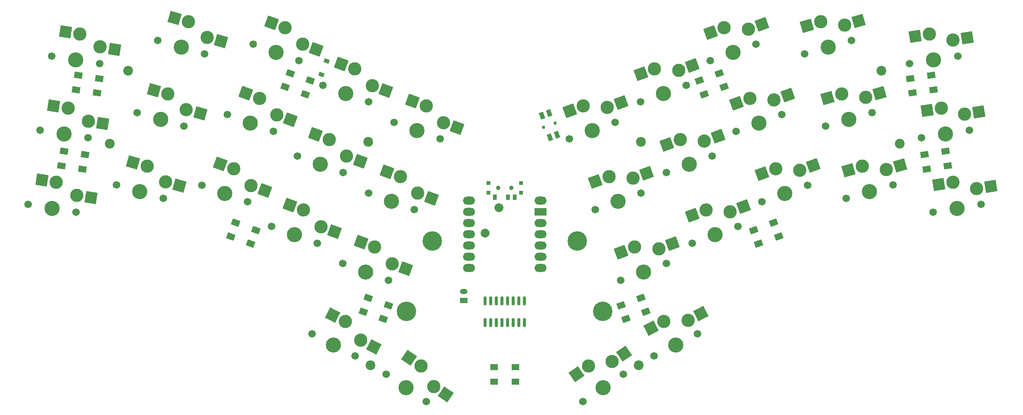
<source format=gbs>
%TF.GenerationSoftware,KiCad,Pcbnew,7.0.5-0*%
%TF.CreationDate,2023-06-28T16:40:39-04:00*%
%TF.ProjectId,regret,72656772-6574-42e6-9b69-6361645f7063,1*%
%TF.SameCoordinates,Original*%
%TF.FileFunction,Soldermask,Bot*%
%TF.FilePolarity,Negative*%
%FSLAX46Y46*%
G04 Gerber Fmt 4.6, Leading zero omitted, Abs format (unit mm)*
G04 Created by KiCad (PCBNEW 7.0.5-0) date 2023-06-28 16:40:39*
%MOMM*%
%LPD*%
G01*
G04 APERTURE LIST*
G04 Aperture macros list*
%AMRoundRect*
0 Rectangle with rounded corners*
0 $1 Rounding radius*
0 $2 $3 $4 $5 $6 $7 $8 $9 X,Y pos of 4 corners*
0 Add a 4 corners polygon primitive as box body*
4,1,4,$2,$3,$4,$5,$6,$7,$8,$9,$2,$3,0*
0 Add four circle primitives for the rounded corners*
1,1,$1+$1,$2,$3*
1,1,$1+$1,$4,$5*
1,1,$1+$1,$6,$7*
1,1,$1+$1,$8,$9*
0 Add four rect primitives between the rounded corners*
20,1,$1+$1,$2,$3,$4,$5,0*
20,1,$1+$1,$4,$5,$6,$7,0*
20,1,$1+$1,$6,$7,$8,$9,0*
20,1,$1+$1,$8,$9,$2,$3,0*%
%AMRotRect*
0 Rectangle, with rotation*
0 The origin of the aperture is its center*
0 $1 length*
0 $2 width*
0 $3 Rotation angle, in degrees counterclockwise*
0 Add horizontal line*
21,1,$1,$2,0,0,$3*%
G04 Aperture macros list end*
%ADD10R,0.900000X0.900000*%
%ADD11C,1.000000*%
%ADD12R,0.900000X1.250000*%
%ADD13C,2.200000*%
%ADD14C,1.701800*%
%ADD15C,3.000000*%
%ADD16C,3.429000*%
%ADD17RotRect,2.600000X2.600000X333.000000*%
%ADD18RotRect,2.600000X2.600000X340.000000*%
%ADD19RotRect,2.600000X2.600000X20.000000*%
%ADD20RotRect,2.600000X2.600000X16.000000*%
%ADD21RotRect,2.600000X2.600000X9.000000*%
%ADD22C,4.400000*%
%ADD23O,2.750000X1.800000*%
%ADD24R,2.750000X1.800000*%
%ADD25C,2.000000*%
%ADD26RotRect,2.600000X2.600000X344.000000*%
%ADD27RotRect,2.600000X2.600000X351.000000*%
%ADD28R,1.700000X1.200000*%
%ADD29O,1.700000X1.200000*%
%ADD30RotRect,0.900000X1.200000X70.000000*%
%ADD31RotRect,2.600000X2.600000X27.000000*%
%ADD32RotRect,2.600000X2.600000X34.000000*%
%ADD33RotRect,2.600000X2.600000X326.000000*%
%ADD34RotRect,1.800000X1.400000X9.000000*%
%ADD35RotRect,1.800000X1.400000X351.000000*%
%ADD36RotRect,1.800000X1.400000X340.000000*%
%ADD37RotRect,1.800000X1.400000X20.000000*%
%ADD38C,0.750000*%
%ADD39RotRect,1.550000X1.000000X110.000000*%
%ADD40RoundRect,0.150000X-0.150000X0.825000X-0.150000X-0.825000X0.150000X-0.825000X0.150000X0.825000X0*%
%ADD41R,1.800000X1.400000*%
G04 APERTURE END LIST*
D10*
X214386171Y-115641899D03*
X214386171Y-117841899D03*
D11*
X216586171Y-116741899D03*
X219586171Y-116741899D03*
D10*
X221786171Y-115641899D03*
X221786171Y-117841899D03*
D12*
X215836171Y-118816899D03*
X218836171Y-118816899D03*
X220336171Y-118816899D03*
D13*
X307349064Y-106756118D03*
D14*
X174502728Y-149764059D03*
D15*
X182104507Y-146959518D03*
D16*
X179403264Y-152261007D03*
D15*
X185560761Y-151189685D03*
D14*
X184303800Y-154757955D03*
D17*
X179186461Y-145472699D03*
X188478807Y-152676504D03*
D14*
X187309538Y-117860785D03*
D15*
X194512867Y-114150725D03*
D16*
X192477847Y-119741896D03*
D15*
X198458886Y-117928149D03*
D14*
X197646156Y-121623007D03*
D18*
X191435374Y-113030609D03*
X201536379Y-119048265D03*
D14*
X254628348Y-113234871D03*
D15*
X257761637Y-105762589D03*
D16*
X259796657Y-111353760D03*
D15*
X263212545Y-106119812D03*
D14*
X264964966Y-109472649D03*
D19*
X254684144Y-106882705D03*
X266290038Y-104999696D03*
D14*
X171207371Y-109472652D03*
D15*
X178410700Y-105762592D03*
D16*
X176375680Y-111353763D03*
D15*
X182356719Y-109540016D03*
D14*
X181543989Y-113234874D03*
D18*
X175333207Y-104642476D03*
X185434212Y-110660132D03*
D14*
X285901390Y-86378503D03*
D15*
X289548287Y-79142991D03*
D16*
X291188329Y-84862498D03*
D15*
X294960997Y-79879580D03*
D14*
X296475268Y-83346493D03*
D20*
X286400155Y-80045703D03*
X298109129Y-78976868D03*
D13*
X248902095Y-106273550D03*
D14*
X312273570Y-105403324D03*
D15*
X316775071Y-98666188D03*
D16*
X317705856Y-104542934D03*
D15*
X322057668Y-100056930D03*
D14*
X323138142Y-103682544D03*
D21*
X313540392Y-99178511D03*
X325292348Y-99544608D03*
D14*
X161261556Y-84170055D03*
D15*
X168464885Y-80459995D03*
D16*
X166429865Y-86051166D03*
D15*
X172410904Y-84237419D03*
D14*
X171598174Y-87932277D03*
D18*
X165387392Y-79339879D03*
X175488397Y-85357535D03*
D14*
X276202838Y-119881824D03*
D15*
X279336127Y-112409542D03*
D16*
X281371147Y-118000713D03*
D15*
X284787035Y-112766765D03*
D14*
X286539456Y-116119602D03*
D19*
X276258634Y-113529658D03*
X287864528Y-111646649D03*
D22*
X234448704Y-128694025D03*
D23*
X209991176Y-119621899D03*
X209991176Y-122161899D03*
X209991176Y-124701899D03*
X209991176Y-127241899D03*
X209991176Y-129781899D03*
X209991176Y-132321899D03*
X209991176Y-134861899D03*
X226181176Y-134861899D03*
X226181176Y-132321899D03*
X226181176Y-129781899D03*
X226181176Y-127241899D03*
X226181176Y-124701899D03*
D24*
X226181176Y-122161899D03*
D23*
X226181176Y-119621899D03*
D25*
X216816176Y-121209899D03*
X213641176Y-126924899D03*
D14*
X130325401Y-116029401D03*
D15*
X137252382Y-111825899D03*
D16*
X135612340Y-117545406D03*
D15*
X141452289Y-115318861D03*
D14*
X140899279Y-119061411D03*
D26*
X134104250Y-110923187D03*
X144600421Y-116221574D03*
D13*
X303239988Y-90249286D03*
D14*
X115693575Y-86891839D03*
D15*
X122056646Y-81875483D03*
D16*
X121125861Y-87752229D03*
D15*
X126650932Y-84830570D03*
D14*
X126558147Y-88612619D03*
D27*
X118821967Y-81363161D03*
X129885611Y-85342893D03*
D13*
X187769129Y-156840697D03*
D14*
X290587226Y-102719959D03*
D15*
X294234123Y-95484447D03*
D16*
X295874165Y-101203954D03*
D15*
X299646833Y-96221036D03*
D14*
X301161104Y-99687949D03*
D20*
X291085991Y-96387159D03*
X302794965Y-95318324D03*
D14*
X113034189Y-103682540D03*
D15*
X119397260Y-98666184D03*
D16*
X118466475Y-104542930D03*
D15*
X123991546Y-101621271D03*
D14*
X123898761Y-105403320D03*
D27*
X116162581Y-98153862D03*
X127226225Y-102133594D03*
D14*
X309614188Y-88612619D03*
D15*
X314115689Y-81875483D03*
D16*
X315046474Y-87752229D03*
D15*
X319398286Y-83266225D03*
D14*
X320478760Y-86891839D03*
D21*
X310881010Y-82387806D03*
X322632966Y-82753903D03*
D28*
X208836176Y-142191892D03*
D29*
X208836176Y-140191892D03*
D22*
X195909285Y-144668793D03*
D14*
X264574151Y-87932277D03*
D15*
X267707440Y-80459995D03*
D16*
X269742460Y-86051166D03*
D15*
X273158348Y-80817218D03*
D14*
X274910769Y-84170055D03*
D19*
X264629947Y-81580111D03*
X276235841Y-79697102D03*
D14*
X314932962Y-122194029D03*
D15*
X319434463Y-115456893D03*
D16*
X320365248Y-121333639D03*
D15*
X324717060Y-116847635D03*
D14*
X325797534Y-120473249D03*
D21*
X316199784Y-115969216D03*
X327951740Y-116335313D03*
D14*
X165393031Y-125447428D03*
D15*
X172596360Y-121737368D03*
D16*
X170561340Y-127328539D03*
D15*
X176542379Y-125514792D03*
D14*
X175729649Y-129209650D03*
D18*
X169518867Y-120617252D03*
X179619872Y-126634908D03*
D22*
X240263049Y-144668793D03*
D30*
X176682634Y-91080907D03*
X177811300Y-87979921D03*
D14*
X110374805Y-120473248D03*
D15*
X116737876Y-115456892D03*
D16*
X115807091Y-121333638D03*
D15*
X121332162Y-118411979D03*
D14*
X121239377Y-122194028D03*
D27*
X113503197Y-114944570D03*
X124566841Y-118924302D03*
D13*
X248403211Y-156840699D03*
D14*
X251868546Y-154757954D03*
D15*
X254067839Y-146959517D03*
D16*
X256769082Y-152261006D03*
D15*
X259521650Y-146649779D03*
D14*
X261669618Y-149764058D03*
D31*
X251149792Y-148446336D03*
X262439697Y-145162960D03*
D14*
X193123882Y-101886009D03*
D15*
X200327211Y-98175949D03*
D16*
X198292191Y-103767120D03*
D15*
X204273230Y-101953373D03*
D14*
X203460500Y-105648231D03*
D18*
X197249718Y-97055833D03*
X207350723Y-103073489D03*
D14*
X177021712Y-93497874D03*
D15*
X184225041Y-89787814D03*
D16*
X182190021Y-95378985D03*
D15*
X188171060Y-93565238D03*
D14*
X187358330Y-97260096D03*
D18*
X181147548Y-88667698D03*
X191248553Y-94685354D03*
D14*
X260442694Y-129209654D03*
D15*
X263575983Y-121737372D03*
D16*
X265611003Y-127328543D03*
D15*
X269026891Y-122094595D03*
D14*
X270779312Y-125447432D03*
D19*
X260498490Y-122857488D03*
X272104384Y-120974479D03*
D14*
X181495195Y-133835556D03*
D15*
X188698524Y-130125496D03*
D16*
X186663504Y-135716667D03*
D15*
X192644543Y-133902920D03*
D14*
X191831813Y-137597778D03*
D18*
X185621031Y-129005380D03*
X195722036Y-135023036D03*
D14*
X295273058Y-119061404D03*
D15*
X298919955Y-111825892D03*
D16*
X300559997Y-117545399D03*
D15*
X304332665Y-112562481D03*
D14*
X305846936Y-116029394D03*
D20*
X295771823Y-112728604D03*
X307480797Y-111659769D03*
D22*
X201723629Y-128694025D03*
D14*
X155447222Y-100144824D03*
D15*
X162650551Y-96434764D03*
D16*
X160615531Y-102025935D03*
D15*
X166596570Y-100212188D03*
D14*
X165783840Y-103907046D03*
D18*
X159573058Y-95314648D03*
X169674063Y-101332304D03*
D14*
X232711842Y-105648230D03*
D15*
X235845131Y-98175948D03*
D16*
X237880151Y-103767119D03*
D15*
X241296039Y-98533171D03*
D14*
X243048460Y-101886008D03*
D19*
X232767638Y-99296064D03*
X244373532Y-97413055D03*
D14*
X149632879Y-116119601D03*
D15*
X156836208Y-112409541D03*
D16*
X154801188Y-118000712D03*
D15*
X160782227Y-116186965D03*
D14*
X159969497Y-119881823D03*
D18*
X153758715Y-111289425D03*
X163859720Y-117307081D03*
D14*
X235782157Y-165012936D03*
D15*
X237014666Y-157004601D03*
D16*
X240341864Y-161937375D03*
D15*
X242390078Y-156032520D03*
D14*
X244901571Y-158861814D03*
D32*
X234299568Y-158835958D03*
X245105177Y-154201163D03*
D14*
X244340524Y-137597783D03*
D15*
X247473813Y-130125501D03*
D16*
X249508833Y-135716672D03*
D15*
X252924721Y-130482724D03*
D14*
X254677142Y-133835561D03*
D19*
X244396320Y-131245617D03*
X256002214Y-129362608D03*
D14*
X238526176Y-121623010D03*
D15*
X241659465Y-114150728D03*
D16*
X243694485Y-119741899D03*
D15*
X247110373Y-114507951D03*
D14*
X248862794Y-117860788D03*
D19*
X238581972Y-115270844D03*
X250187866Y-113387835D03*
D14*
X139697067Y-83346503D03*
D15*
X146624048Y-79143001D03*
D16*
X144984006Y-84862508D03*
D15*
X150823955Y-82635963D03*
D14*
X150270945Y-86378513D03*
D26*
X143475916Y-78240289D03*
X153972087Y-83538676D03*
D14*
X248814008Y-97260094D03*
D15*
X251947297Y-89787812D03*
D16*
X253982317Y-95378983D03*
D15*
X257398205Y-90145035D03*
D14*
X259150626Y-93497872D03*
D19*
X248869804Y-90907928D03*
X260475698Y-89024919D03*
D13*
X187270243Y-106273543D03*
D14*
X135011233Y-99687954D03*
D15*
X141938214Y-95484452D03*
D16*
X140298172Y-101203959D03*
D15*
X146138121Y-98977414D03*
D14*
X145585111Y-102719964D03*
D26*
X138790082Y-94581740D03*
X149286253Y-99880127D03*
D14*
X191270773Y-158861819D03*
D15*
X199157678Y-157004606D03*
D16*
X195830480Y-161937380D03*
D15*
X202072641Y-161624454D03*
D14*
X200390187Y-165012941D03*
D33*
X196442580Y-155173250D03*
X204787739Y-163455810D03*
D13*
X132932353Y-90249289D03*
X128823276Y-106756117D03*
D14*
X270388496Y-103907053D03*
D15*
X273521785Y-96434771D03*
D16*
X275556805Y-102025942D03*
D15*
X278972693Y-96791994D03*
D14*
X280725114Y-100144831D03*
D19*
X270444292Y-97554887D03*
X282050186Y-95671878D03*
D34*
X317715520Y-108439389D03*
X318231754Y-111698760D03*
X313490850Y-112449645D03*
X312974616Y-109190274D03*
D35*
X126429172Y-91983949D03*
X125912938Y-95243320D03*
X121172034Y-94492435D03*
X121688268Y-91233064D03*
D36*
X174117222Y-92414121D03*
X172988555Y-95515106D03*
X168478030Y-93873409D03*
X169606697Y-90772424D03*
D37*
X266565646Y-90772428D03*
X267694313Y-93873413D03*
X263183788Y-95515110D03*
X262055121Y-92414125D03*
D38*
X226909628Y-102978735D03*
X229493782Y-102038179D03*
D39*
X228300769Y-105265867D03*
X226505163Y-100332481D03*
X229898247Y-104684433D03*
X228102641Y-99751047D03*
D35*
X123197720Y-109190280D03*
X122681486Y-112449651D03*
X117940582Y-111698766D03*
X118456816Y-108439395D03*
D40*
X222531169Y-147216896D03*
X221261169Y-147216896D03*
X219991169Y-147216896D03*
X218721169Y-147216896D03*
X217451169Y-147216896D03*
X216181169Y-147216896D03*
X214911169Y-147216896D03*
X213641169Y-147216896D03*
X213641169Y-142266896D03*
X214911169Y-142266896D03*
X216181169Y-142266896D03*
X217451169Y-142266896D03*
X218721169Y-142266896D03*
X219991169Y-142266896D03*
X221261169Y-142266896D03*
X222531169Y-142266896D03*
D37*
X248895438Y-141633281D03*
X250024105Y-144734266D03*
X245513580Y-146375963D03*
X244384913Y-143274978D03*
X278878373Y-124601359D03*
X280007040Y-127702344D03*
X275496515Y-129344041D03*
X274367848Y-126243056D03*
D36*
X191787422Y-143274973D03*
X190658755Y-146375958D03*
X186148230Y-144734261D03*
X187276897Y-141633276D03*
D41*
X220486171Y-157287378D03*
X220486171Y-160587378D03*
X215686171Y-160587378D03*
X215686171Y-157287378D03*
D36*
X161804497Y-126243063D03*
X160675830Y-129344048D03*
X156165305Y-127702351D03*
X157293972Y-124601366D03*
D34*
X314484080Y-91233062D03*
X315000314Y-94492433D03*
X310259410Y-95243318D03*
X309743176Y-91983947D03*
M02*

</source>
